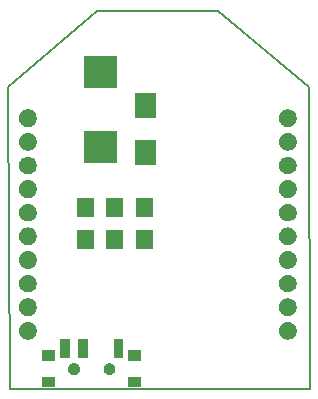
<source format=gbs>
%TF.GenerationSoftware,KiCad,Pcbnew,(6.0.0-rc1-dev-634-gb5e3f6406)*%
%TF.CreationDate,2019-05-27T20:40:42+09:00*%
%TF.ProjectId,xbee,786265652E6B696361645F7063620000,rev?*%
%TF.SameCoordinates,Original*%
%TF.FileFunction,Soldermask,Bot*%
%TF.FilePolarity,Negative*%
%FSLAX46Y46*%
G04 Gerber Fmt 4.6, Leading zero omitted, Abs format (unit mm)*
G04 Created by KiCad (PCBNEW (6.0.0-rc1-dev-634-gb5e3f6406)) date 2019 May 27, Monday 20:40:42*
%MOMM*%
%LPD*%
G01*
G04 APERTURE LIST*
%ADD10C,0.150000*%
%ADD11C,0.100000*%
G04 APERTURE END LIST*
D10*
X143250000Y-90250000D02*
X153500000Y-90250000D01*
X135750000Y-96750000D02*
X143250000Y-90250000D01*
X135750000Y-96750000D02*
X135850000Y-122250000D01*
X153500000Y-90250000D02*
X161201100Y-96750000D01*
X161201100Y-96750000D02*
X161250000Y-122250000D01*
X161250000Y-122250000D02*
X135850000Y-122250000D01*
D11*
G36*
X147001000Y-122131000D02*
X145899000Y-122131000D01*
X145899000Y-121229000D01*
X147001000Y-121229000D01*
X147001000Y-122131000D01*
X147001000Y-122131000D01*
G37*
G36*
X139701000Y-122131000D02*
X138599000Y-122131000D01*
X138599000Y-121229000D01*
X139701000Y-121229000D01*
X139701000Y-122131000D01*
X139701000Y-122131000D01*
G37*
G36*
X144446136Y-120098253D02*
X144537312Y-120136019D01*
X144619372Y-120190850D01*
X144689150Y-120260628D01*
X144743981Y-120342688D01*
X144781747Y-120433864D01*
X144801000Y-120530656D01*
X144801000Y-120629344D01*
X144781747Y-120726136D01*
X144743981Y-120817312D01*
X144689150Y-120899372D01*
X144619372Y-120969150D01*
X144537312Y-121023981D01*
X144446136Y-121061747D01*
X144349344Y-121081000D01*
X144250656Y-121081000D01*
X144153864Y-121061747D01*
X144062688Y-121023981D01*
X143980628Y-120969150D01*
X143910850Y-120899372D01*
X143856019Y-120817312D01*
X143818253Y-120726136D01*
X143799000Y-120629344D01*
X143799000Y-120530656D01*
X143818253Y-120433864D01*
X143856019Y-120342688D01*
X143910850Y-120260628D01*
X143980628Y-120190850D01*
X144062688Y-120136019D01*
X144153864Y-120098253D01*
X144250656Y-120079000D01*
X144349344Y-120079000D01*
X144446136Y-120098253D01*
X144446136Y-120098253D01*
G37*
G36*
X141446136Y-120098253D02*
X141537312Y-120136019D01*
X141619372Y-120190850D01*
X141689150Y-120260628D01*
X141743981Y-120342688D01*
X141781747Y-120433864D01*
X141801000Y-120530656D01*
X141801000Y-120629344D01*
X141781747Y-120726136D01*
X141743981Y-120817312D01*
X141689150Y-120899372D01*
X141619372Y-120969150D01*
X141537312Y-121023981D01*
X141446136Y-121061747D01*
X141349344Y-121081000D01*
X141250656Y-121081000D01*
X141153864Y-121061747D01*
X141062688Y-121023981D01*
X140980628Y-120969150D01*
X140910850Y-120899372D01*
X140856019Y-120817312D01*
X140818253Y-120726136D01*
X140799000Y-120629344D01*
X140799000Y-120530656D01*
X140818253Y-120433864D01*
X140856019Y-120342688D01*
X140910850Y-120260628D01*
X140980628Y-120190850D01*
X141062688Y-120136019D01*
X141153864Y-120098253D01*
X141250656Y-120079000D01*
X141349344Y-120079000D01*
X141446136Y-120098253D01*
X141446136Y-120098253D01*
G37*
G36*
X147001000Y-119921000D02*
X145899000Y-119921000D01*
X145899000Y-119019000D01*
X147001000Y-119019000D01*
X147001000Y-119921000D01*
X147001000Y-119921000D01*
G37*
G36*
X139701000Y-119921000D02*
X138599000Y-119921000D01*
X138599000Y-119019000D01*
X139701000Y-119019000D01*
X139701000Y-119921000D01*
X139701000Y-119921000D01*
G37*
G36*
X140951000Y-119621000D02*
X140149000Y-119621000D01*
X140149000Y-118019000D01*
X140951000Y-118019000D01*
X140951000Y-119621000D01*
X140951000Y-119621000D01*
G37*
G36*
X142451000Y-119621000D02*
X141649000Y-119621000D01*
X141649000Y-118019000D01*
X142451000Y-118019000D01*
X142451000Y-119621000D01*
X142451000Y-119621000D01*
G37*
G36*
X145451000Y-119621000D02*
X144649000Y-119621000D01*
X144649000Y-118019000D01*
X145451000Y-118019000D01*
X145451000Y-119621000D01*
X145451000Y-119621000D01*
G37*
G36*
X159532004Y-116610544D02*
X159619059Y-116627860D01*
X159755732Y-116684472D01*
X159755733Y-116684473D01*
X159878738Y-116766662D01*
X159983338Y-116871262D01*
X159983340Y-116871265D01*
X160065528Y-116994268D01*
X160122140Y-117130941D01*
X160151000Y-117276033D01*
X160151000Y-117423967D01*
X160122140Y-117569059D01*
X160065528Y-117705732D01*
X160065527Y-117705733D01*
X159983338Y-117828738D01*
X159878738Y-117933338D01*
X159878735Y-117933340D01*
X159755732Y-118015528D01*
X159619059Y-118072140D01*
X159532004Y-118089456D01*
X159473969Y-118101000D01*
X159326031Y-118101000D01*
X159267996Y-118089456D01*
X159180941Y-118072140D01*
X159044268Y-118015528D01*
X158921265Y-117933340D01*
X158921262Y-117933338D01*
X158816662Y-117828738D01*
X158734473Y-117705733D01*
X158734472Y-117705732D01*
X158677860Y-117569059D01*
X158649000Y-117423967D01*
X158649000Y-117276033D01*
X158677860Y-117130941D01*
X158734472Y-116994268D01*
X158816660Y-116871265D01*
X158816662Y-116871262D01*
X158921262Y-116766662D01*
X159044267Y-116684473D01*
X159044268Y-116684472D01*
X159180941Y-116627860D01*
X159267996Y-116610544D01*
X159326031Y-116599000D01*
X159473969Y-116599000D01*
X159532004Y-116610544D01*
X159532004Y-116610544D01*
G37*
G36*
X137532004Y-116610544D02*
X137619059Y-116627860D01*
X137755732Y-116684472D01*
X137755733Y-116684473D01*
X137878738Y-116766662D01*
X137983338Y-116871262D01*
X137983340Y-116871265D01*
X138065528Y-116994268D01*
X138122140Y-117130941D01*
X138151000Y-117276033D01*
X138151000Y-117423967D01*
X138122140Y-117569059D01*
X138065528Y-117705732D01*
X138065527Y-117705733D01*
X137983338Y-117828738D01*
X137878738Y-117933338D01*
X137878735Y-117933340D01*
X137755732Y-118015528D01*
X137619059Y-118072140D01*
X137532004Y-118089456D01*
X137473969Y-118101000D01*
X137326031Y-118101000D01*
X137267996Y-118089456D01*
X137180941Y-118072140D01*
X137044268Y-118015528D01*
X136921265Y-117933340D01*
X136921262Y-117933338D01*
X136816662Y-117828738D01*
X136734473Y-117705733D01*
X136734472Y-117705732D01*
X136677860Y-117569059D01*
X136649000Y-117423967D01*
X136649000Y-117276033D01*
X136677860Y-117130941D01*
X136734472Y-116994268D01*
X136816660Y-116871265D01*
X136816662Y-116871262D01*
X136921262Y-116766662D01*
X137044267Y-116684473D01*
X137044268Y-116684472D01*
X137180941Y-116627860D01*
X137267996Y-116610544D01*
X137326031Y-116599000D01*
X137473969Y-116599000D01*
X137532004Y-116610544D01*
X137532004Y-116610544D01*
G37*
G36*
X159532004Y-114610544D02*
X159619059Y-114627860D01*
X159755732Y-114684472D01*
X159755733Y-114684473D01*
X159878738Y-114766662D01*
X159983338Y-114871262D01*
X159983340Y-114871265D01*
X160065528Y-114994268D01*
X160122140Y-115130941D01*
X160151000Y-115276033D01*
X160151000Y-115423967D01*
X160122140Y-115569059D01*
X160065528Y-115705732D01*
X160065527Y-115705733D01*
X159983338Y-115828738D01*
X159878738Y-115933338D01*
X159878735Y-115933340D01*
X159755732Y-116015528D01*
X159619059Y-116072140D01*
X159532004Y-116089456D01*
X159473969Y-116101000D01*
X159326031Y-116101000D01*
X159267996Y-116089456D01*
X159180941Y-116072140D01*
X159044268Y-116015528D01*
X158921265Y-115933340D01*
X158921262Y-115933338D01*
X158816662Y-115828738D01*
X158734473Y-115705733D01*
X158734472Y-115705732D01*
X158677860Y-115569059D01*
X158649000Y-115423967D01*
X158649000Y-115276033D01*
X158677860Y-115130941D01*
X158734472Y-114994268D01*
X158816660Y-114871265D01*
X158816662Y-114871262D01*
X158921262Y-114766662D01*
X159044267Y-114684473D01*
X159044268Y-114684472D01*
X159180941Y-114627860D01*
X159267996Y-114610544D01*
X159326031Y-114599000D01*
X159473969Y-114599000D01*
X159532004Y-114610544D01*
X159532004Y-114610544D01*
G37*
G36*
X137532004Y-114610544D02*
X137619059Y-114627860D01*
X137755732Y-114684472D01*
X137755733Y-114684473D01*
X137878738Y-114766662D01*
X137983338Y-114871262D01*
X137983340Y-114871265D01*
X138065528Y-114994268D01*
X138122140Y-115130941D01*
X138151000Y-115276033D01*
X138151000Y-115423967D01*
X138122140Y-115569059D01*
X138065528Y-115705732D01*
X138065527Y-115705733D01*
X137983338Y-115828738D01*
X137878738Y-115933338D01*
X137878735Y-115933340D01*
X137755732Y-116015528D01*
X137619059Y-116072140D01*
X137532004Y-116089456D01*
X137473969Y-116101000D01*
X137326031Y-116101000D01*
X137267996Y-116089456D01*
X137180941Y-116072140D01*
X137044268Y-116015528D01*
X136921265Y-115933340D01*
X136921262Y-115933338D01*
X136816662Y-115828738D01*
X136734473Y-115705733D01*
X136734472Y-115705732D01*
X136677860Y-115569059D01*
X136649000Y-115423967D01*
X136649000Y-115276033D01*
X136677860Y-115130941D01*
X136734472Y-114994268D01*
X136816660Y-114871265D01*
X136816662Y-114871262D01*
X136921262Y-114766662D01*
X137044267Y-114684473D01*
X137044268Y-114684472D01*
X137180941Y-114627860D01*
X137267996Y-114610544D01*
X137326031Y-114599000D01*
X137473969Y-114599000D01*
X137532004Y-114610544D01*
X137532004Y-114610544D01*
G37*
G36*
X159532004Y-112610544D02*
X159619059Y-112627860D01*
X159755732Y-112684472D01*
X159755733Y-112684473D01*
X159878738Y-112766662D01*
X159983338Y-112871262D01*
X159983340Y-112871265D01*
X160065528Y-112994268D01*
X160122140Y-113130941D01*
X160151000Y-113276033D01*
X160151000Y-113423967D01*
X160122140Y-113569059D01*
X160065528Y-113705732D01*
X160065527Y-113705733D01*
X159983338Y-113828738D01*
X159878738Y-113933338D01*
X159878735Y-113933340D01*
X159755732Y-114015528D01*
X159619059Y-114072140D01*
X159532004Y-114089456D01*
X159473969Y-114101000D01*
X159326031Y-114101000D01*
X159267996Y-114089456D01*
X159180941Y-114072140D01*
X159044268Y-114015528D01*
X158921265Y-113933340D01*
X158921262Y-113933338D01*
X158816662Y-113828738D01*
X158734473Y-113705733D01*
X158734472Y-113705732D01*
X158677860Y-113569059D01*
X158649000Y-113423967D01*
X158649000Y-113276033D01*
X158677860Y-113130941D01*
X158734472Y-112994268D01*
X158816660Y-112871265D01*
X158816662Y-112871262D01*
X158921262Y-112766662D01*
X159044267Y-112684473D01*
X159044268Y-112684472D01*
X159180941Y-112627860D01*
X159267996Y-112610544D01*
X159326031Y-112599000D01*
X159473969Y-112599000D01*
X159532004Y-112610544D01*
X159532004Y-112610544D01*
G37*
G36*
X137532004Y-112610544D02*
X137619059Y-112627860D01*
X137755732Y-112684472D01*
X137755733Y-112684473D01*
X137878738Y-112766662D01*
X137983338Y-112871262D01*
X137983340Y-112871265D01*
X138065528Y-112994268D01*
X138122140Y-113130941D01*
X138151000Y-113276033D01*
X138151000Y-113423967D01*
X138122140Y-113569059D01*
X138065528Y-113705732D01*
X138065527Y-113705733D01*
X137983338Y-113828738D01*
X137878738Y-113933338D01*
X137878735Y-113933340D01*
X137755732Y-114015528D01*
X137619059Y-114072140D01*
X137532004Y-114089456D01*
X137473969Y-114101000D01*
X137326031Y-114101000D01*
X137267996Y-114089456D01*
X137180941Y-114072140D01*
X137044268Y-114015528D01*
X136921265Y-113933340D01*
X136921262Y-113933338D01*
X136816662Y-113828738D01*
X136734473Y-113705733D01*
X136734472Y-113705732D01*
X136677860Y-113569059D01*
X136649000Y-113423967D01*
X136649000Y-113276033D01*
X136677860Y-113130941D01*
X136734472Y-112994268D01*
X136816660Y-112871265D01*
X136816662Y-112871262D01*
X136921262Y-112766662D01*
X137044267Y-112684473D01*
X137044268Y-112684472D01*
X137180941Y-112627860D01*
X137267996Y-112610544D01*
X137326031Y-112599000D01*
X137473969Y-112599000D01*
X137532004Y-112610544D01*
X137532004Y-112610544D01*
G37*
G36*
X159532004Y-110610544D02*
X159619059Y-110627860D01*
X159755732Y-110684472D01*
X159755733Y-110684473D01*
X159878738Y-110766662D01*
X159983338Y-110871262D01*
X159983340Y-110871265D01*
X160065528Y-110994268D01*
X160122140Y-111130941D01*
X160151000Y-111276033D01*
X160151000Y-111423967D01*
X160122140Y-111569059D01*
X160065528Y-111705732D01*
X160065527Y-111705733D01*
X159983338Y-111828738D01*
X159878738Y-111933338D01*
X159878735Y-111933340D01*
X159755732Y-112015528D01*
X159619059Y-112072140D01*
X159532004Y-112089456D01*
X159473969Y-112101000D01*
X159326031Y-112101000D01*
X159267996Y-112089456D01*
X159180941Y-112072140D01*
X159044268Y-112015528D01*
X158921265Y-111933340D01*
X158921262Y-111933338D01*
X158816662Y-111828738D01*
X158734473Y-111705733D01*
X158734472Y-111705732D01*
X158677860Y-111569059D01*
X158649000Y-111423967D01*
X158649000Y-111276033D01*
X158677860Y-111130941D01*
X158734472Y-110994268D01*
X158816660Y-110871265D01*
X158816662Y-110871262D01*
X158921262Y-110766662D01*
X159044267Y-110684473D01*
X159044268Y-110684472D01*
X159180941Y-110627860D01*
X159267996Y-110610544D01*
X159326031Y-110599000D01*
X159473969Y-110599000D01*
X159532004Y-110610544D01*
X159532004Y-110610544D01*
G37*
G36*
X137532004Y-110610544D02*
X137619059Y-110627860D01*
X137755732Y-110684472D01*
X137755733Y-110684473D01*
X137878738Y-110766662D01*
X137983338Y-110871262D01*
X137983340Y-110871265D01*
X138065528Y-110994268D01*
X138122140Y-111130941D01*
X138151000Y-111276033D01*
X138151000Y-111423967D01*
X138122140Y-111569059D01*
X138065528Y-111705732D01*
X138065527Y-111705733D01*
X137983338Y-111828738D01*
X137878738Y-111933338D01*
X137878735Y-111933340D01*
X137755732Y-112015528D01*
X137619059Y-112072140D01*
X137532004Y-112089456D01*
X137473969Y-112101000D01*
X137326031Y-112101000D01*
X137267996Y-112089456D01*
X137180941Y-112072140D01*
X137044268Y-112015528D01*
X136921265Y-111933340D01*
X136921262Y-111933338D01*
X136816662Y-111828738D01*
X136734473Y-111705733D01*
X136734472Y-111705732D01*
X136677860Y-111569059D01*
X136649000Y-111423967D01*
X136649000Y-111276033D01*
X136677860Y-111130941D01*
X136734472Y-110994268D01*
X136816660Y-110871265D01*
X136816662Y-110871262D01*
X136921262Y-110766662D01*
X137044267Y-110684473D01*
X137044268Y-110684472D01*
X137180941Y-110627860D01*
X137267996Y-110610544D01*
X137326031Y-110599000D01*
X137473969Y-110599000D01*
X137532004Y-110610544D01*
X137532004Y-110610544D01*
G37*
G36*
X142951000Y-110451000D02*
X141549000Y-110451000D01*
X141549000Y-108849000D01*
X142951000Y-108849000D01*
X142951000Y-110451000D01*
X142951000Y-110451000D01*
G37*
G36*
X147951000Y-110451000D02*
X146549000Y-110451000D01*
X146549000Y-108849000D01*
X147951000Y-108849000D01*
X147951000Y-110451000D01*
X147951000Y-110451000D01*
G37*
G36*
X145451000Y-110451000D02*
X144049000Y-110451000D01*
X144049000Y-108849000D01*
X145451000Y-108849000D01*
X145451000Y-110451000D01*
X145451000Y-110451000D01*
G37*
G36*
X159532004Y-108610544D02*
X159619059Y-108627860D01*
X159755732Y-108684472D01*
X159755733Y-108684473D01*
X159878738Y-108766662D01*
X159983338Y-108871262D01*
X159983340Y-108871265D01*
X160065528Y-108994268D01*
X160122140Y-109130941D01*
X160151000Y-109276033D01*
X160151000Y-109423967D01*
X160122140Y-109569059D01*
X160065528Y-109705732D01*
X160065527Y-109705733D01*
X159983338Y-109828738D01*
X159878738Y-109933338D01*
X159878735Y-109933340D01*
X159755732Y-110015528D01*
X159619059Y-110072140D01*
X159532004Y-110089456D01*
X159473969Y-110101000D01*
X159326031Y-110101000D01*
X159267996Y-110089456D01*
X159180941Y-110072140D01*
X159044268Y-110015528D01*
X158921265Y-109933340D01*
X158921262Y-109933338D01*
X158816662Y-109828738D01*
X158734473Y-109705733D01*
X158734472Y-109705732D01*
X158677860Y-109569059D01*
X158649000Y-109423967D01*
X158649000Y-109276033D01*
X158677860Y-109130941D01*
X158734472Y-108994268D01*
X158816660Y-108871265D01*
X158816662Y-108871262D01*
X158921262Y-108766662D01*
X159044267Y-108684473D01*
X159044268Y-108684472D01*
X159180941Y-108627860D01*
X159267996Y-108610544D01*
X159326031Y-108599000D01*
X159473969Y-108599000D01*
X159532004Y-108610544D01*
X159532004Y-108610544D01*
G37*
G36*
X137532004Y-108610544D02*
X137619059Y-108627860D01*
X137755732Y-108684472D01*
X137755733Y-108684473D01*
X137878738Y-108766662D01*
X137983338Y-108871262D01*
X137983340Y-108871265D01*
X138065528Y-108994268D01*
X138122140Y-109130941D01*
X138151000Y-109276033D01*
X138151000Y-109423967D01*
X138122140Y-109569059D01*
X138065528Y-109705732D01*
X138065527Y-109705733D01*
X137983338Y-109828738D01*
X137878738Y-109933338D01*
X137878735Y-109933340D01*
X137755732Y-110015528D01*
X137619059Y-110072140D01*
X137532004Y-110089456D01*
X137473969Y-110101000D01*
X137326031Y-110101000D01*
X137267996Y-110089456D01*
X137180941Y-110072140D01*
X137044268Y-110015528D01*
X136921265Y-109933340D01*
X136921262Y-109933338D01*
X136816662Y-109828738D01*
X136734473Y-109705733D01*
X136734472Y-109705732D01*
X136677860Y-109569059D01*
X136649000Y-109423967D01*
X136649000Y-109276033D01*
X136677860Y-109130941D01*
X136734472Y-108994268D01*
X136816660Y-108871265D01*
X136816662Y-108871262D01*
X136921262Y-108766662D01*
X137044267Y-108684473D01*
X137044268Y-108684472D01*
X137180941Y-108627860D01*
X137267996Y-108610544D01*
X137326031Y-108599000D01*
X137473969Y-108599000D01*
X137532004Y-108610544D01*
X137532004Y-108610544D01*
G37*
G36*
X159532004Y-106610544D02*
X159619059Y-106627860D01*
X159755732Y-106684472D01*
X159755733Y-106684473D01*
X159878738Y-106766662D01*
X159983338Y-106871262D01*
X159983340Y-106871265D01*
X160065528Y-106994268D01*
X160122140Y-107130941D01*
X160151000Y-107276033D01*
X160151000Y-107423967D01*
X160122140Y-107569059D01*
X160065528Y-107705732D01*
X160065527Y-107705733D01*
X159983338Y-107828738D01*
X159878738Y-107933338D01*
X159878735Y-107933340D01*
X159755732Y-108015528D01*
X159619059Y-108072140D01*
X159532004Y-108089456D01*
X159473969Y-108101000D01*
X159326031Y-108101000D01*
X159267996Y-108089456D01*
X159180941Y-108072140D01*
X159044268Y-108015528D01*
X158921265Y-107933340D01*
X158921262Y-107933338D01*
X158816662Y-107828738D01*
X158734473Y-107705733D01*
X158734472Y-107705732D01*
X158677860Y-107569059D01*
X158649000Y-107423967D01*
X158649000Y-107276033D01*
X158677860Y-107130941D01*
X158734472Y-106994268D01*
X158816660Y-106871265D01*
X158816662Y-106871262D01*
X158921262Y-106766662D01*
X159044267Y-106684473D01*
X159044268Y-106684472D01*
X159180941Y-106627860D01*
X159267996Y-106610544D01*
X159326031Y-106599000D01*
X159473969Y-106599000D01*
X159532004Y-106610544D01*
X159532004Y-106610544D01*
G37*
G36*
X137532004Y-106610544D02*
X137619059Y-106627860D01*
X137755732Y-106684472D01*
X137755733Y-106684473D01*
X137878738Y-106766662D01*
X137983338Y-106871262D01*
X137983340Y-106871265D01*
X138065528Y-106994268D01*
X138122140Y-107130941D01*
X138151000Y-107276033D01*
X138151000Y-107423967D01*
X138122140Y-107569059D01*
X138065528Y-107705732D01*
X138065527Y-107705733D01*
X137983338Y-107828738D01*
X137878738Y-107933338D01*
X137878735Y-107933340D01*
X137755732Y-108015528D01*
X137619059Y-108072140D01*
X137532004Y-108089456D01*
X137473969Y-108101000D01*
X137326031Y-108101000D01*
X137267996Y-108089456D01*
X137180941Y-108072140D01*
X137044268Y-108015528D01*
X136921265Y-107933340D01*
X136921262Y-107933338D01*
X136816662Y-107828738D01*
X136734473Y-107705733D01*
X136734472Y-107705732D01*
X136677860Y-107569059D01*
X136649000Y-107423967D01*
X136649000Y-107276033D01*
X136677860Y-107130941D01*
X136734472Y-106994268D01*
X136816660Y-106871265D01*
X136816662Y-106871262D01*
X136921262Y-106766662D01*
X137044267Y-106684473D01*
X137044268Y-106684472D01*
X137180941Y-106627860D01*
X137267996Y-106610544D01*
X137326031Y-106599000D01*
X137473969Y-106599000D01*
X137532004Y-106610544D01*
X137532004Y-106610544D01*
G37*
G36*
X147951000Y-107751000D02*
X146549000Y-107751000D01*
X146549000Y-106149000D01*
X147951000Y-106149000D01*
X147951000Y-107751000D01*
X147951000Y-107751000D01*
G37*
G36*
X142951000Y-107751000D02*
X141549000Y-107751000D01*
X141549000Y-106149000D01*
X142951000Y-106149000D01*
X142951000Y-107751000D01*
X142951000Y-107751000D01*
G37*
G36*
X145451000Y-107751000D02*
X144049000Y-107751000D01*
X144049000Y-106149000D01*
X145451000Y-106149000D01*
X145451000Y-107751000D01*
X145451000Y-107751000D01*
G37*
G36*
X159532004Y-104610544D02*
X159619059Y-104627860D01*
X159755732Y-104684472D01*
X159755733Y-104684473D01*
X159878738Y-104766662D01*
X159983338Y-104871262D01*
X159983340Y-104871265D01*
X160065528Y-104994268D01*
X160122140Y-105130941D01*
X160151000Y-105276033D01*
X160151000Y-105423967D01*
X160122140Y-105569059D01*
X160065528Y-105705732D01*
X160065527Y-105705733D01*
X159983338Y-105828738D01*
X159878738Y-105933338D01*
X159878735Y-105933340D01*
X159755732Y-106015528D01*
X159619059Y-106072140D01*
X159532004Y-106089456D01*
X159473969Y-106101000D01*
X159326031Y-106101000D01*
X159267996Y-106089456D01*
X159180941Y-106072140D01*
X159044268Y-106015528D01*
X158921265Y-105933340D01*
X158921262Y-105933338D01*
X158816662Y-105828738D01*
X158734473Y-105705733D01*
X158734472Y-105705732D01*
X158677860Y-105569059D01*
X158649000Y-105423967D01*
X158649000Y-105276033D01*
X158677860Y-105130941D01*
X158734472Y-104994268D01*
X158816660Y-104871265D01*
X158816662Y-104871262D01*
X158921262Y-104766662D01*
X159044267Y-104684473D01*
X159044268Y-104684472D01*
X159180941Y-104627860D01*
X159267996Y-104610544D01*
X159326031Y-104599000D01*
X159473969Y-104599000D01*
X159532004Y-104610544D01*
X159532004Y-104610544D01*
G37*
G36*
X137532004Y-104610544D02*
X137619059Y-104627860D01*
X137755732Y-104684472D01*
X137755733Y-104684473D01*
X137878738Y-104766662D01*
X137983338Y-104871262D01*
X137983340Y-104871265D01*
X138065528Y-104994268D01*
X138122140Y-105130941D01*
X138151000Y-105276033D01*
X138151000Y-105423967D01*
X138122140Y-105569059D01*
X138065528Y-105705732D01*
X138065527Y-105705733D01*
X137983338Y-105828738D01*
X137878738Y-105933338D01*
X137878735Y-105933340D01*
X137755732Y-106015528D01*
X137619059Y-106072140D01*
X137532004Y-106089456D01*
X137473969Y-106101000D01*
X137326031Y-106101000D01*
X137267996Y-106089456D01*
X137180941Y-106072140D01*
X137044268Y-106015528D01*
X136921265Y-105933340D01*
X136921262Y-105933338D01*
X136816662Y-105828738D01*
X136734473Y-105705733D01*
X136734472Y-105705732D01*
X136677860Y-105569059D01*
X136649000Y-105423967D01*
X136649000Y-105276033D01*
X136677860Y-105130941D01*
X136734472Y-104994268D01*
X136816660Y-104871265D01*
X136816662Y-104871262D01*
X136921262Y-104766662D01*
X137044267Y-104684473D01*
X137044268Y-104684472D01*
X137180941Y-104627860D01*
X137267996Y-104610544D01*
X137326031Y-104599000D01*
X137473969Y-104599000D01*
X137532004Y-104610544D01*
X137532004Y-104610544D01*
G37*
G36*
X159532004Y-102610544D02*
X159619059Y-102627860D01*
X159755732Y-102684472D01*
X159755733Y-102684473D01*
X159878738Y-102766662D01*
X159983338Y-102871262D01*
X159983340Y-102871265D01*
X160065528Y-102994268D01*
X160122140Y-103130941D01*
X160151000Y-103276033D01*
X160151000Y-103423967D01*
X160122140Y-103569059D01*
X160065528Y-103705732D01*
X160065527Y-103705733D01*
X159983338Y-103828738D01*
X159878738Y-103933338D01*
X159878735Y-103933340D01*
X159755732Y-104015528D01*
X159619059Y-104072140D01*
X159532004Y-104089456D01*
X159473969Y-104101000D01*
X159326031Y-104101000D01*
X159267996Y-104089456D01*
X159180941Y-104072140D01*
X159044268Y-104015528D01*
X158921265Y-103933340D01*
X158921262Y-103933338D01*
X158816662Y-103828738D01*
X158734473Y-103705733D01*
X158734472Y-103705732D01*
X158677860Y-103569059D01*
X158649000Y-103423967D01*
X158649000Y-103276033D01*
X158677860Y-103130941D01*
X158734472Y-102994268D01*
X158816660Y-102871265D01*
X158816662Y-102871262D01*
X158921262Y-102766662D01*
X159044267Y-102684473D01*
X159044268Y-102684472D01*
X159180941Y-102627860D01*
X159267996Y-102610544D01*
X159326031Y-102599000D01*
X159473969Y-102599000D01*
X159532004Y-102610544D01*
X159532004Y-102610544D01*
G37*
G36*
X137532004Y-102610544D02*
X137619059Y-102627860D01*
X137755732Y-102684472D01*
X137755733Y-102684473D01*
X137878738Y-102766662D01*
X137983338Y-102871262D01*
X137983340Y-102871265D01*
X138065528Y-102994268D01*
X138122140Y-103130941D01*
X138151000Y-103276033D01*
X138151000Y-103423967D01*
X138122140Y-103569059D01*
X138065528Y-103705732D01*
X138065527Y-103705733D01*
X137983338Y-103828738D01*
X137878738Y-103933338D01*
X137878735Y-103933340D01*
X137755732Y-104015528D01*
X137619059Y-104072140D01*
X137532004Y-104089456D01*
X137473969Y-104101000D01*
X137326031Y-104101000D01*
X137267996Y-104089456D01*
X137180941Y-104072140D01*
X137044268Y-104015528D01*
X136921265Y-103933340D01*
X136921262Y-103933338D01*
X136816662Y-103828738D01*
X136734473Y-103705733D01*
X136734472Y-103705732D01*
X136677860Y-103569059D01*
X136649000Y-103423967D01*
X136649000Y-103276033D01*
X136677860Y-103130941D01*
X136734472Y-102994268D01*
X136816660Y-102871265D01*
X136816662Y-102871262D01*
X136921262Y-102766662D01*
X137044267Y-102684473D01*
X137044268Y-102684472D01*
X137180941Y-102627860D01*
X137267996Y-102610544D01*
X137326031Y-102599000D01*
X137473969Y-102599000D01*
X137532004Y-102610544D01*
X137532004Y-102610544D01*
G37*
G36*
X148251000Y-103301000D02*
X146449000Y-103301000D01*
X146449000Y-101199000D01*
X148251000Y-101199000D01*
X148251000Y-103301000D01*
X148251000Y-103301000D01*
G37*
G36*
X144951000Y-103126000D02*
X142149000Y-103126000D01*
X142149000Y-100474000D01*
X144951000Y-100474000D01*
X144951000Y-103126000D01*
X144951000Y-103126000D01*
G37*
G36*
X137532004Y-100610544D02*
X137619059Y-100627860D01*
X137755732Y-100684472D01*
X137755733Y-100684473D01*
X137878738Y-100766662D01*
X137983338Y-100871262D01*
X137983340Y-100871265D01*
X138065528Y-100994268D01*
X138122140Y-101130941D01*
X138151000Y-101276033D01*
X138151000Y-101423967D01*
X138122140Y-101569059D01*
X138065528Y-101705732D01*
X138065527Y-101705733D01*
X137983338Y-101828738D01*
X137878738Y-101933338D01*
X137878735Y-101933340D01*
X137755732Y-102015528D01*
X137619059Y-102072140D01*
X137532004Y-102089456D01*
X137473969Y-102101000D01*
X137326031Y-102101000D01*
X137267996Y-102089456D01*
X137180941Y-102072140D01*
X137044268Y-102015528D01*
X136921265Y-101933340D01*
X136921262Y-101933338D01*
X136816662Y-101828738D01*
X136734473Y-101705733D01*
X136734472Y-101705732D01*
X136677860Y-101569059D01*
X136649000Y-101423967D01*
X136649000Y-101276033D01*
X136677860Y-101130941D01*
X136734472Y-100994268D01*
X136816660Y-100871265D01*
X136816662Y-100871262D01*
X136921262Y-100766662D01*
X137044267Y-100684473D01*
X137044268Y-100684472D01*
X137180941Y-100627860D01*
X137267996Y-100610544D01*
X137326031Y-100599000D01*
X137473969Y-100599000D01*
X137532004Y-100610544D01*
X137532004Y-100610544D01*
G37*
G36*
X159532004Y-100610544D02*
X159619059Y-100627860D01*
X159755732Y-100684472D01*
X159755733Y-100684473D01*
X159878738Y-100766662D01*
X159983338Y-100871262D01*
X159983340Y-100871265D01*
X160065528Y-100994268D01*
X160122140Y-101130941D01*
X160151000Y-101276033D01*
X160151000Y-101423967D01*
X160122140Y-101569059D01*
X160065528Y-101705732D01*
X160065527Y-101705733D01*
X159983338Y-101828738D01*
X159878738Y-101933338D01*
X159878735Y-101933340D01*
X159755732Y-102015528D01*
X159619059Y-102072140D01*
X159532004Y-102089456D01*
X159473969Y-102101000D01*
X159326031Y-102101000D01*
X159267996Y-102089456D01*
X159180941Y-102072140D01*
X159044268Y-102015528D01*
X158921265Y-101933340D01*
X158921262Y-101933338D01*
X158816662Y-101828738D01*
X158734473Y-101705733D01*
X158734472Y-101705732D01*
X158677860Y-101569059D01*
X158649000Y-101423967D01*
X158649000Y-101276033D01*
X158677860Y-101130941D01*
X158734472Y-100994268D01*
X158816660Y-100871265D01*
X158816662Y-100871262D01*
X158921262Y-100766662D01*
X159044267Y-100684473D01*
X159044268Y-100684472D01*
X159180941Y-100627860D01*
X159267996Y-100610544D01*
X159326031Y-100599000D01*
X159473969Y-100599000D01*
X159532004Y-100610544D01*
X159532004Y-100610544D01*
G37*
G36*
X137532004Y-98610544D02*
X137619059Y-98627860D01*
X137755732Y-98684472D01*
X137755733Y-98684473D01*
X137878738Y-98766662D01*
X137983338Y-98871262D01*
X137983340Y-98871265D01*
X138065528Y-98994268D01*
X138122140Y-99130941D01*
X138151000Y-99276033D01*
X138151000Y-99423967D01*
X138122140Y-99569059D01*
X138065528Y-99705732D01*
X138065527Y-99705733D01*
X137983338Y-99828738D01*
X137878738Y-99933338D01*
X137878735Y-99933340D01*
X137755732Y-100015528D01*
X137619059Y-100072140D01*
X137532004Y-100089456D01*
X137473969Y-100101000D01*
X137326031Y-100101000D01*
X137267996Y-100089456D01*
X137180941Y-100072140D01*
X137044268Y-100015528D01*
X136921265Y-99933340D01*
X136921262Y-99933338D01*
X136816662Y-99828738D01*
X136734473Y-99705733D01*
X136734472Y-99705732D01*
X136677860Y-99569059D01*
X136649000Y-99423967D01*
X136649000Y-99276033D01*
X136677860Y-99130941D01*
X136734472Y-98994268D01*
X136816660Y-98871265D01*
X136816662Y-98871262D01*
X136921262Y-98766662D01*
X137044267Y-98684473D01*
X137044268Y-98684472D01*
X137180941Y-98627860D01*
X137267996Y-98610544D01*
X137326031Y-98599000D01*
X137473969Y-98599000D01*
X137532004Y-98610544D01*
X137532004Y-98610544D01*
G37*
G36*
X159532004Y-98610544D02*
X159619059Y-98627860D01*
X159755732Y-98684472D01*
X159755733Y-98684473D01*
X159878738Y-98766662D01*
X159983338Y-98871262D01*
X159983340Y-98871265D01*
X160065528Y-98994268D01*
X160122140Y-99130941D01*
X160151000Y-99276033D01*
X160151000Y-99423967D01*
X160122140Y-99569059D01*
X160065528Y-99705732D01*
X160065527Y-99705733D01*
X159983338Y-99828738D01*
X159878738Y-99933338D01*
X159878735Y-99933340D01*
X159755732Y-100015528D01*
X159619059Y-100072140D01*
X159532004Y-100089456D01*
X159473969Y-100101000D01*
X159326031Y-100101000D01*
X159267996Y-100089456D01*
X159180941Y-100072140D01*
X159044268Y-100015528D01*
X158921265Y-99933340D01*
X158921262Y-99933338D01*
X158816662Y-99828738D01*
X158734473Y-99705733D01*
X158734472Y-99705732D01*
X158677860Y-99569059D01*
X158649000Y-99423967D01*
X158649000Y-99276033D01*
X158677860Y-99130941D01*
X158734472Y-98994268D01*
X158816660Y-98871265D01*
X158816662Y-98871262D01*
X158921262Y-98766662D01*
X159044267Y-98684473D01*
X159044268Y-98684472D01*
X159180941Y-98627860D01*
X159267996Y-98610544D01*
X159326031Y-98599000D01*
X159473969Y-98599000D01*
X159532004Y-98610544D01*
X159532004Y-98610544D01*
G37*
G36*
X148251000Y-99301000D02*
X146449000Y-99301000D01*
X146449000Y-97199000D01*
X148251000Y-97199000D01*
X148251000Y-99301000D01*
X148251000Y-99301000D01*
G37*
G36*
X144951000Y-96776000D02*
X142149000Y-96776000D01*
X142149000Y-94124000D01*
X144951000Y-94124000D01*
X144951000Y-96776000D01*
X144951000Y-96776000D01*
G37*
M02*

</source>
